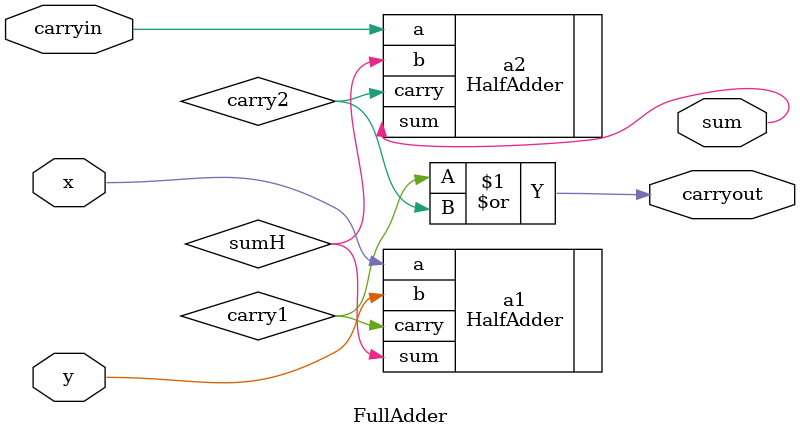
<source format=sv>
`timescale 1ns / 1ps

module FullAdder(
    input logic x,
    input logic y,
    input logic carryin,
    
    output logic sum,
    output logic carryout
    );
     logic sumH;
     logic carry1,carry2;
     
    HalfAdder a1(.sum(sumH),.carry(carry1),.a(x),.b(y));
    
    HalfAdder a2 (.sum(sum),.carry(carry2),.a(carryin),.b(sumH));
    or FULLOR(carryout,carry1,carry2);
  
    
endmodule

</source>
